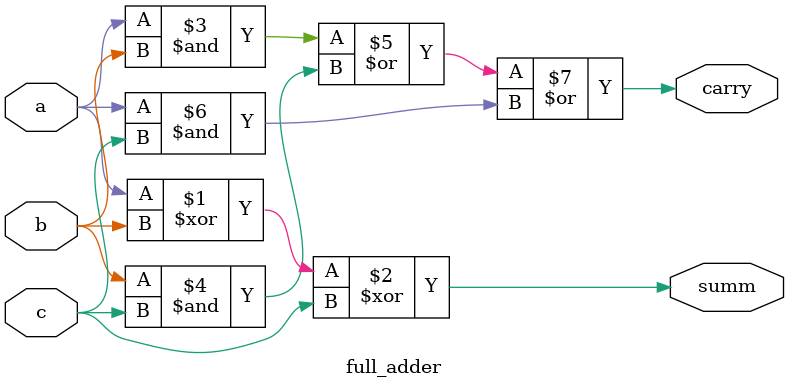
<source format=v>
`timescale 1ns / 1ps


module ripple_carry_adder(
input [3:0] a,b,
input cin,
output [3:0]sum,
output cout
    );
wire w1,w2,w3,w4;    

full_adder fa1(.a(a[0]),.b(b[0]),.c(cin),.summ(sum[0]),.carry(w1));    
full_adder fa2(.a(a[1]),.b(b[1]),.c(w1),.summ(sum[1]),.carry(w2));
full_adder fa3(.a(a[2]),.b(b[2]),.c(w2),.summ(sum[2]),.carry(w3));
full_adder fa4(.a(a[3]),.b(b[3]),.c(w3),.summ(sum[3]),.carry(w4));      
assign cout=w4;   
endmodule    
  
module full_adder(
input a,b,c,   
output summ, carry);
assign summ=a^b^c;
assign carry=(a&b)|(b&c)|(a&c);    
endmodule

</source>
